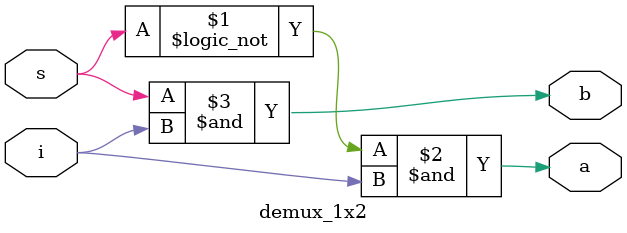
<source format=v>
`timescale 1ns / 1ps
module demux_1x8_using_1x2(i,s2,s1,s0,y);
    input i,s2,s1,s0;
    output [7:0] y;

	wire w1,w2,w3,w4,w5,w6;
	
	demux_1x2 d1(i,s2,w1,w2);
	demux_1x2 d2(w1,s1,w3,w4);
	demux_1x2 d3(w2,s1,w5,w6);
	demux_1x2 d4(w3,s0,y[0],y[1]);
	demux_1x2 d5(w4,s0,y[2],y[3]);
	demux_1x2 d6(w5,s0,y[4],y[5]);
	demux_1x2 d7(w6,s0,y[6],y[7]);

endmodule

module demux_1x2(i,s,a,b);
	input i,s;
	output a,b;
	
	assign a = !s & i;
	assign b = s & i;
endmodule

</source>
